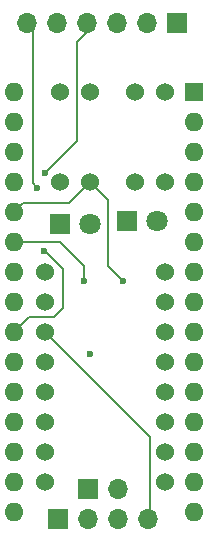
<source format=gbr>
%TF.GenerationSoftware,KiCad,Pcbnew,8.0.5*%
%TF.CreationDate,2024-10-10T01:08:20+09:00*%
%TF.ProjectId,BD,42442e6b-6963-4616-945f-706362585858,rev?*%
%TF.SameCoordinates,Original*%
%TF.FileFunction,Copper,L2,Inr*%
%TF.FilePolarity,Positive*%
%FSLAX46Y46*%
G04 Gerber Fmt 4.6, Leading zero omitted, Abs format (unit mm)*
G04 Created by KiCad (PCBNEW 8.0.5) date 2024-10-10 01:08:20*
%MOMM*%
%LPD*%
G01*
G04 APERTURE LIST*
%TA.AperFunction,ComponentPad*%
%ADD10R,1.700000X1.700000*%
%TD*%
%TA.AperFunction,ComponentPad*%
%ADD11O,1.700000X1.700000*%
%TD*%
%TA.AperFunction,ComponentPad*%
%ADD12C,1.524000*%
%TD*%
%TA.AperFunction,ComponentPad*%
%ADD13R,1.800000X1.800000*%
%TD*%
%TA.AperFunction,ComponentPad*%
%ADD14C,1.800000*%
%TD*%
%TA.AperFunction,ComponentPad*%
%ADD15O,1.600000X1.600000*%
%TD*%
%TA.AperFunction,ComponentPad*%
%ADD16R,1.600000X1.600000*%
%TD*%
%TA.AperFunction,ViaPad*%
%ADD17C,0.600000*%
%TD*%
%TA.AperFunction,Conductor*%
%ADD18C,0.200000*%
%TD*%
G04 APERTURE END LIST*
D10*
%TO.N,Net-(J2-Pin_1)*%
%TO.C,J2*%
X18425000Y-59665000D03*
D11*
%TO.N,Net-(J2-Pin_2)*%
X20965000Y-59665000D03*
%TO.N,Net-(J2-Pin_3)*%
X23505000Y-59665000D03*
%TO.N,Net-(J2-Pin_4)*%
X26045000Y-59665000D03*
%TD*%
D12*
%TO.N,SW1*%
%TO.C,SW1*%
X24892000Y-31115000D03*
%TO.N,GND*%
X27432000Y-31115000D03*
%TO.N,N/C*%
X27432000Y-23495000D03*
X24892000Y-23495000D03*
%TD*%
%TO.N,GND*%
%TO.C,U1*%
X27432000Y-56515000D03*
X27432000Y-53975000D03*
%TO.N,+5V*%
X27432000Y-51435000D03*
%TO.N,IN4*%
X27432000Y-48895000D03*
%TO.N,IN3*%
X27432000Y-46355000D03*
%TO.N,IN2*%
X27432000Y-43815000D03*
%TO.N,IN1*%
X27432000Y-41275000D03*
%TO.N,GND*%
X27432000Y-38735000D03*
%TO.N,unconnected-(U1-GND-Pad9)*%
X17272000Y-38735000D03*
%TO.N,unconnected-(U1-GND-Pad10)*%
X17272000Y-41275000D03*
%TO.N,Net-(J2-Pin_4)*%
X17272000Y-43815000D03*
%TO.N,Net-(J2-Pin_3)*%
X17272000Y-46355000D03*
%TO.N,Net-(J2-Pin_2)*%
X17272000Y-48895000D03*
%TO.N,Net-(J2-Pin_1)*%
X17272000Y-51435000D03*
%TO.N,VCC*%
X17272000Y-53975000D03*
X17272000Y-56515000D03*
%TD*%
D13*
%TO.N,GND*%
%TO.C,D2*%
X18542000Y-34671000D03*
D14*
%TO.N,Net-(A1-D4)*%
X21082000Y-34671000D03*
%TD*%
D12*
%TO.N,SW2*%
%TO.C,SW2*%
X21082000Y-31115000D03*
%TO.N,GND*%
X18542000Y-31115000D03*
%TO.N,N/C*%
X21082000Y-23495000D03*
X18542000Y-23495000D03*
%TD*%
D10*
%TO.N,VCC*%
%TO.C,J3*%
X20955000Y-57150000D03*
D11*
%TO.N,GND*%
X23495000Y-57150000D03*
%TD*%
D13*
%TO.N,GND*%
%TO.C,D1*%
X24257000Y-34417000D03*
D14*
%TO.N,Net-(A1-D2)*%
X26797000Y-34417000D03*
%TD*%
D11*
%TO.N,Net-(A1-SCL{slash}A5)*%
%TO.C,J1*%
X15748000Y-17653000D03*
%TO.N,Net-(A1-SDA{slash}A4)*%
X18288000Y-17653000D03*
%TO.N,Net-(A1-A3)*%
X20828000Y-17653000D03*
%TO.N,Net-(A1-A2)*%
X23368000Y-17653000D03*
%TO.N,Net-(A1-A1)*%
X25908000Y-17653000D03*
D10*
%TO.N,Net-(A1-A0)*%
X28448000Y-17653000D03*
%TD*%
D15*
%TO.N,VCC*%
%TO.C,A1*%
X14722000Y-23495000D03*
%TO.N,GND*%
X14722000Y-26035000D03*
%TO.N,unconnected-(A1-~{RESET}-Pad28)*%
X14722000Y-28575000D03*
%TO.N,+5V*%
X14722000Y-31115000D03*
%TO.N,SW2*%
X14722000Y-33655000D03*
%TO.N,SW1*%
X14722000Y-36195000D03*
%TO.N,Net-(A1-SCL{slash}A5)*%
X14722000Y-38735000D03*
%TO.N,Net-(A1-SDA{slash}A4)*%
X14722000Y-41275000D03*
%TO.N,Net-(A1-A3)*%
X14722000Y-43815000D03*
%TO.N,Net-(A1-A2)*%
X14722000Y-46355000D03*
%TO.N,Net-(A1-A1)*%
X14722000Y-48895000D03*
%TO.N,Net-(A1-A0)*%
X14722000Y-51435000D03*
%TO.N,unconnected-(A1-AREF-Pad18)*%
X14722000Y-53975000D03*
%TO.N,unconnected-(A1-3V3-Pad17)*%
X14722000Y-56515000D03*
%TO.N,unconnected-(A1-SCK-Pad16)*%
X14722000Y-59055000D03*
%TO.N,unconnected-(A1-MISO-Pad15)*%
X29962000Y-59055000D03*
%TO.N,unconnected-(A1-MOSI-Pad14)*%
X29962000Y-56515000D03*
%TO.N,IN4*%
X29962000Y-53975000D03*
%TO.N,IN3*%
X29962000Y-51435000D03*
%TO.N,unconnected-(A1-D8-Pad11)*%
X29962000Y-48895000D03*
%TO.N,unconnected-(A1-D7-Pad10)*%
X29962000Y-46355000D03*
%TO.N,IN2*%
X29962000Y-43815000D03*
%TO.N,IN1*%
X29962000Y-41275000D03*
%TO.N,Net-(A1-D4)*%
X29962000Y-38735000D03*
%TO.N,unconnected-(A1-D3-Pad6)*%
X29962000Y-36195000D03*
%TO.N,Net-(A1-D2)*%
X29962000Y-33655000D03*
%TO.N,GND*%
X29962000Y-31115000D03*
%TO.N,unconnected-(A1-~{RESET}-Pad3)*%
X29962000Y-28575000D03*
%TO.N,unconnected-(A1-RX1-Pad2)*%
X29962000Y-26035000D03*
D16*
%TO.N,unconnected-(A1-TX1-Pad1)*%
X29962000Y-23495000D03*
%TD*%
D17*
%TO.N,Net-(A1-SCL{slash}A5)*%
X16672000Y-31623000D03*
%TO.N,Net-(A1-A3)*%
X17228735Y-37000265D03*
X17272000Y-30353000D03*
%TO.N,SW1*%
X20574000Y-39497000D03*
%TO.N,SW2*%
X23876000Y-39497000D03*
%TO.N,+5V*%
X21082000Y-45720000D03*
%TD*%
D18*
%TO.N,Net-(A1-SCL{slash}A5)*%
X16256000Y-31207000D02*
X16672000Y-31623000D01*
X16256000Y-30353000D02*
X16256000Y-31207000D01*
X16256000Y-18161000D02*
X16256000Y-30353000D01*
X15748000Y-17653000D02*
X16256000Y-18161000D01*
%TO.N,Net-(A1-A3)*%
X19978000Y-27647000D02*
X19978000Y-19265000D01*
X17272000Y-30353000D02*
X19978000Y-27647000D01*
X19978000Y-19265000D02*
X20828000Y-18415000D01*
%TO.N,SW1*%
X20574000Y-38227000D02*
X20574000Y-39497000D01*
X18542000Y-36195000D02*
X20574000Y-38227000D01*
X14722000Y-36195000D02*
X18542000Y-36195000D01*
%TO.N,Net-(A1-A3)*%
X15992000Y-42545000D02*
X14722000Y-43815000D01*
X18034000Y-42545000D02*
X15992000Y-42545000D01*
X18796000Y-41783000D02*
X18034000Y-42545000D01*
X18796000Y-38481000D02*
X18796000Y-41783000D01*
X17315265Y-37000265D02*
X18796000Y-38481000D01*
X17228735Y-37000265D02*
X17315265Y-37000265D01*
%TO.N,SW2*%
X19304000Y-32893000D02*
X21082000Y-31115000D01*
X15484000Y-32893000D02*
X19304000Y-32893000D01*
X14722000Y-33655000D02*
X15484000Y-32893000D01*
%TO.N,Net-(J2-Pin_4)*%
X26162000Y-52705000D02*
X26162000Y-59055000D01*
X17272000Y-43815000D02*
X26162000Y-52705000D01*
%TO.N,SW2*%
X22606000Y-32639000D02*
X21082000Y-31115000D01*
X22606000Y-38227000D02*
X22606000Y-32639000D01*
X23876000Y-39497000D02*
X22606000Y-38227000D01*
%TD*%
M02*

</source>
